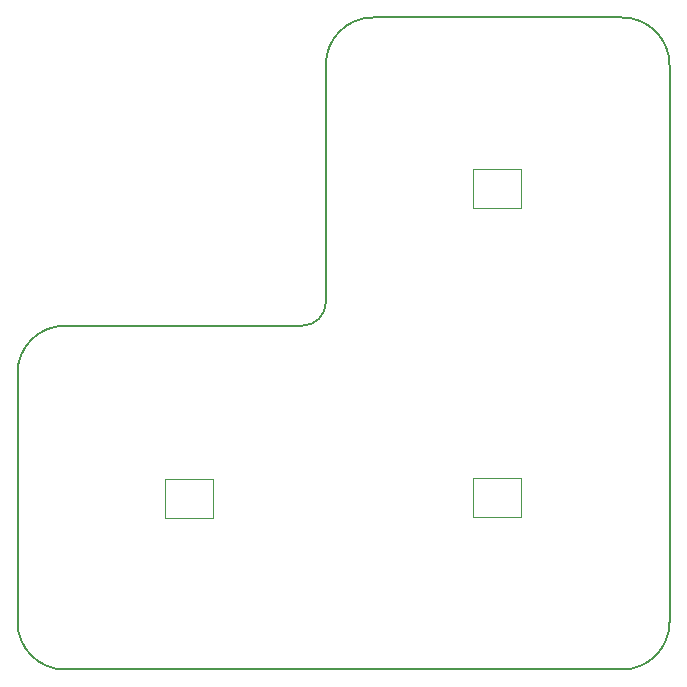
<source format=gbr>
%TF.GenerationSoftware,KiCad,Pcbnew,(5.1.10)-1*%
%TF.CreationDate,2023-09-09T18:48:21-05:00*%
%TF.ProjectId,perovskite_contact_board,7065726f-7673-46b6-9974-655f636f6e74,V3*%
%TF.SameCoordinates,Original*%
%TF.FileFunction,Profile,NP*%
%FSLAX46Y46*%
G04 Gerber Fmt 4.6, Leading zero omitted, Abs format (unit mm)*
G04 Created by KiCad (PCBNEW (5.1.10)-1) date 2023-09-09 18:48:21*
%MOMM*%
%LPD*%
G01*
G04 APERTURE LIST*
%TA.AperFunction,Profile*%
%ADD10C,0.050000*%
%TD*%
%TA.AperFunction,Profile*%
%ADD11C,0.200000*%
%TD*%
G04 APERTURE END LIST*
D10*
X164973000Y-82677000D02*
X160909000Y-82677000D01*
X164973000Y-85979000D02*
X164973000Y-82677000D01*
X160909000Y-85979000D02*
X164973000Y-85979000D01*
X160909000Y-82677000D02*
X160909000Y-85979000D01*
X164973000Y-108839000D02*
X160909000Y-108839000D01*
X164973000Y-112141000D02*
X164973000Y-108839000D01*
X160909000Y-112141000D02*
X164973000Y-112141000D01*
X160909000Y-108839000D02*
X160909000Y-112141000D01*
X138874500Y-112204500D02*
X138874500Y-108902500D01*
X134810500Y-112204500D02*
X138874500Y-112204500D01*
X134810500Y-108902500D02*
X134810500Y-112204500D01*
X138874500Y-108902500D02*
X134810500Y-108902500D01*
D11*
X173519500Y-125038499D02*
X126319501Y-125038499D01*
X148419500Y-73838500D02*
G75*
G02*
X152419500Y-69838500I4000000J0D01*
G01*
X152419500Y-69838500D02*
X173519500Y-69838500D01*
X177519500Y-121038499D02*
G75*
G02*
X173519500Y-125038499I-4000000J0D01*
G01*
X148419500Y-93938499D02*
G75*
G02*
X146419500Y-95938499I-2000000J0D01*
G01*
X177519500Y-73838500D02*
X177519500Y-121038499D01*
X126319501Y-95938499D02*
X146419500Y-95938499D01*
X122319501Y-99938499D02*
G75*
G02*
X126319501Y-95938499I4000000J0D01*
G01*
X126319501Y-125038499D02*
G75*
G02*
X122319501Y-121038499I0J4000000D01*
G01*
X173519500Y-69838500D02*
G75*
G02*
X177519500Y-73838500I0J-4000000D01*
G01*
X122319501Y-121038499D02*
X122319501Y-99938499D01*
X148419500Y-93938499D02*
X148419500Y-73838500D01*
M02*

</source>
